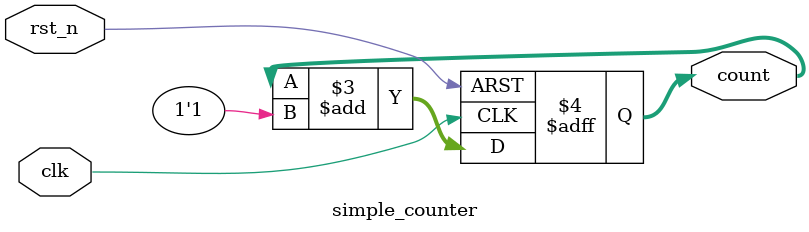
<source format=sv>
module simple_counter (
    input  logic clk,
    input  logic rst_n,
    output logic [7:0] count
);
    
    always_ff @(posedge clk or negedge rst_n) begin
        if (!rst_n) begin
            count <= 8'b0;
        end else begin
            count <= count + 1'b1;
        end
    end

endmodule
</source>
